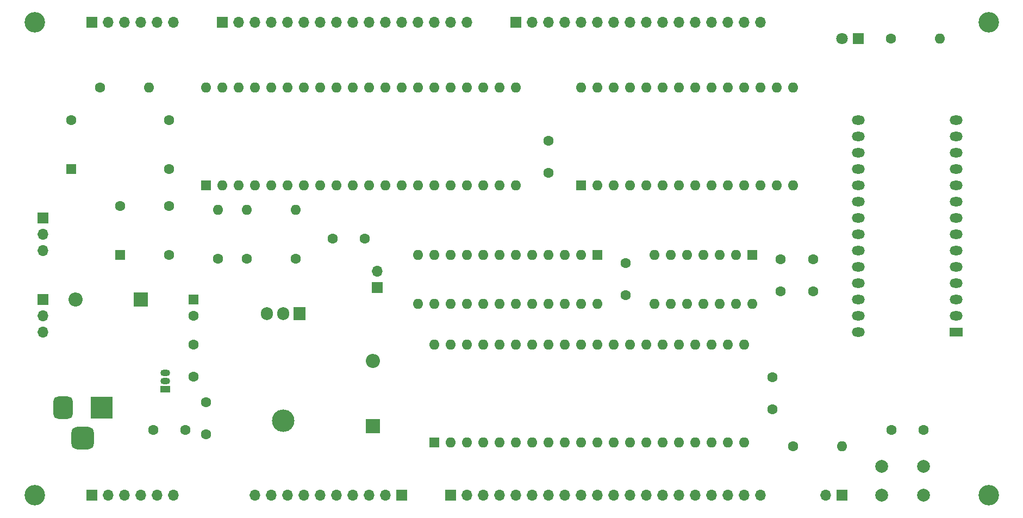
<source format=gbs>
G04 #@! TF.GenerationSoftware,KiCad,Pcbnew,7.0.8-7.0.8~ubuntu22.04.1*
G04 #@! TF.CreationDate,2023-11-11T15:44:52+10:00*
G04 #@! TF.ProjectId,MiniComputerBase,4d696e69-436f-46d7-9075-746572426173,rev?*
G04 #@! TF.SameCoordinates,Original*
G04 #@! TF.FileFunction,Soldermask,Bot*
G04 #@! TF.FilePolarity,Negative*
%FSLAX46Y46*%
G04 Gerber Fmt 4.6, Leading zero omitted, Abs format (unit mm)*
G04 Created by KiCad (PCBNEW 7.0.8-7.0.8~ubuntu22.04.1) date 2023-11-11 15:44:52*
%MOMM*%
%LPD*%
G01*
G04 APERTURE LIST*
G04 Aperture macros list*
%AMRoundRect*
0 Rectangle with rounded corners*
0 $1 Rounding radius*
0 $2 $3 $4 $5 $6 $7 $8 $9 X,Y pos of 4 corners*
0 Add a 4 corners polygon primitive as box body*
4,1,4,$2,$3,$4,$5,$6,$7,$8,$9,$2,$3,0*
0 Add four circle primitives for the rounded corners*
1,1,$1+$1,$2,$3*
1,1,$1+$1,$4,$5*
1,1,$1+$1,$6,$7*
1,1,$1+$1,$8,$9*
0 Add four rect primitives between the rounded corners*
20,1,$1+$1,$2,$3,$4,$5,0*
20,1,$1+$1,$4,$5,$6,$7,0*
20,1,$1+$1,$6,$7,$8,$9,0*
20,1,$1+$1,$8,$9,$2,$3,0*%
G04 Aperture macros list end*
%ADD10C,1.600000*%
%ADD11R,1.600000X1.600000*%
%ADD12O,1.600000X1.600000*%
%ADD13R,1.700000X1.700000*%
%ADD14O,1.700000X1.700000*%
%ADD15C,3.200000*%
%ADD16O,3.500000X3.500000*%
%ADD17R,1.905000X2.000000*%
%ADD18O,1.905000X2.000000*%
%ADD19C,2.000000*%
%ADD20R,3.500000X3.500000*%
%ADD21RoundRect,0.750000X-0.750000X-1.000000X0.750000X-1.000000X0.750000X1.000000X-0.750000X1.000000X0*%
%ADD22RoundRect,0.875000X-0.875000X-0.875000X0.875000X-0.875000X0.875000X0.875000X-0.875000X0.875000X0*%
%ADD23R,2.200000X2.200000*%
%ADD24O,2.200000X2.200000*%
%ADD25R,1.500000X1.050000*%
%ADD26O,1.500000X1.050000*%
%ADD27R,1.800000X1.800000*%
%ADD28C,1.800000*%
%ADD29R,2.000000X1.440000*%
%ADD30O,2.000000X1.440000*%
G04 APERTURE END LIST*
D10*
X91440000Y-87075000D03*
X91440000Y-92075000D03*
D11*
X91440000Y-53340000D03*
D12*
X93980000Y-53340000D03*
X96520000Y-53340000D03*
X99060000Y-53340000D03*
X101600000Y-53340000D03*
X104140000Y-53340000D03*
X106680000Y-53340000D03*
X109220000Y-53340000D03*
X111760000Y-53340000D03*
X114300000Y-53340000D03*
X116840000Y-53340000D03*
X119380000Y-53340000D03*
X121920000Y-53340000D03*
X124460000Y-53340000D03*
X127000000Y-53340000D03*
X129540000Y-53340000D03*
X132080000Y-53340000D03*
X134620000Y-53340000D03*
X137160000Y-53340000D03*
X139700000Y-53340000D03*
X139700000Y-38100000D03*
X137160000Y-38100000D03*
X134620000Y-38100000D03*
X132080000Y-38100000D03*
X129540000Y-38100000D03*
X127000000Y-38100000D03*
X124460000Y-38100000D03*
X121920000Y-38100000D03*
X119380000Y-38100000D03*
X116840000Y-38100000D03*
X114300000Y-38100000D03*
X111760000Y-38100000D03*
X109220000Y-38100000D03*
X106680000Y-38100000D03*
X104140000Y-38100000D03*
X101600000Y-38100000D03*
X99060000Y-38100000D03*
X96520000Y-38100000D03*
X93980000Y-38100000D03*
X91440000Y-38100000D03*
D13*
X93980000Y-27940000D03*
D14*
X96520000Y-27940000D03*
X99060000Y-27940000D03*
X101600000Y-27940000D03*
X104140000Y-27940000D03*
X106680000Y-27940000D03*
X109220000Y-27940000D03*
X111760000Y-27940000D03*
X114300000Y-27940000D03*
X116840000Y-27940000D03*
X119380000Y-27940000D03*
X121920000Y-27940000D03*
X124460000Y-27940000D03*
X127000000Y-27940000D03*
X129540000Y-27940000D03*
X132080000Y-27940000D03*
D15*
X64770000Y-27940000D03*
D10*
X74930000Y-38100000D03*
D12*
X82550000Y-38100000D03*
D11*
X89535000Y-71120000D03*
D10*
X89535000Y-73620000D03*
D15*
X213360000Y-27940000D03*
D10*
X93345000Y-64770000D03*
D12*
X93345000Y-57150000D03*
D15*
X213360000Y-101600000D03*
D13*
X139700000Y-27940000D03*
D14*
X142240000Y-27940000D03*
X144780000Y-27940000D03*
X147320000Y-27940000D03*
X149860000Y-27940000D03*
X152400000Y-27940000D03*
X154940000Y-27940000D03*
X157480000Y-27940000D03*
X160020000Y-27940000D03*
X162560000Y-27940000D03*
X165100000Y-27940000D03*
X167640000Y-27940000D03*
X170180000Y-27940000D03*
X172720000Y-27940000D03*
X175260000Y-27940000D03*
X177800000Y-27940000D03*
D13*
X129540000Y-101575000D03*
D14*
X132080000Y-101575000D03*
X134620000Y-101575000D03*
X137160000Y-101575000D03*
X139700000Y-101575000D03*
X142240000Y-101575000D03*
X144780000Y-101575000D03*
X147320000Y-101575000D03*
X149860000Y-101575000D03*
X152400000Y-101575000D03*
X154940000Y-101575000D03*
X157480000Y-101575000D03*
X160020000Y-101575000D03*
X162560000Y-101575000D03*
X165100000Y-101575000D03*
X167640000Y-101575000D03*
X170180000Y-101575000D03*
X172720000Y-101575000D03*
X175260000Y-101575000D03*
X177800000Y-101575000D03*
D10*
X180975000Y-69850000D03*
X180975000Y-64850000D03*
D11*
X70485000Y-50800000D03*
D10*
X85725000Y-50800000D03*
X85725000Y-43180000D03*
X70485000Y-43180000D03*
X97790000Y-64770000D03*
D12*
X97790000Y-57150000D03*
D13*
X118110000Y-69215000D03*
D14*
X118110000Y-66675000D03*
D13*
X121920000Y-101600000D03*
D14*
X119380000Y-101600000D03*
X116840000Y-101600000D03*
X114300000Y-101600000D03*
X111760000Y-101600000D03*
X109220000Y-101600000D03*
X106680000Y-101600000D03*
X104140000Y-101600000D03*
X101600000Y-101600000D03*
X99060000Y-101600000D03*
D11*
X176530000Y-64135000D03*
D12*
X173990000Y-64135000D03*
X171450000Y-64135000D03*
X168910000Y-64135000D03*
X166370000Y-64135000D03*
X163830000Y-64135000D03*
X161290000Y-64135000D03*
X161290000Y-71755000D03*
X163830000Y-71755000D03*
X166370000Y-71755000D03*
X168910000Y-71755000D03*
X171450000Y-71755000D03*
X173990000Y-71755000D03*
X176530000Y-71755000D03*
D10*
X83225000Y-91440000D03*
X88225000Y-91440000D03*
D11*
X152400000Y-64135000D03*
D12*
X149860000Y-64135000D03*
X147320000Y-64135000D03*
X144780000Y-64135000D03*
X142240000Y-64135000D03*
X139700000Y-64135000D03*
X137160000Y-64135000D03*
X134620000Y-64135000D03*
X132080000Y-64135000D03*
X129540000Y-64135000D03*
X127000000Y-64135000D03*
X124460000Y-64135000D03*
X124460000Y-71755000D03*
X127000000Y-71755000D03*
X129540000Y-71755000D03*
X132080000Y-71755000D03*
X134620000Y-71755000D03*
X137160000Y-71755000D03*
X139700000Y-71755000D03*
X142240000Y-71755000D03*
X144780000Y-71755000D03*
X147320000Y-71755000D03*
X149860000Y-71755000D03*
X152400000Y-71755000D03*
D15*
X64770000Y-101600000D03*
D10*
X198200000Y-91440000D03*
X203200000Y-91440000D03*
D16*
X103505000Y-89980000D03*
D17*
X106045000Y-73320000D03*
D18*
X103505000Y-73320000D03*
X100965000Y-73320000D03*
D10*
X198120000Y-30480000D03*
D12*
X205740000Y-30480000D03*
D19*
X196700000Y-97100000D03*
X203200000Y-97100000D03*
X196700000Y-101600000D03*
X203200000Y-101600000D03*
D11*
X149860000Y-53340000D03*
D12*
X152400000Y-53340000D03*
X154940000Y-53340000D03*
X157480000Y-53340000D03*
X160020000Y-53340000D03*
X162560000Y-53340000D03*
X165100000Y-53340000D03*
X167640000Y-53340000D03*
X170180000Y-53340000D03*
X172720000Y-53340000D03*
X175260000Y-53340000D03*
X177800000Y-53340000D03*
X180340000Y-53340000D03*
X182880000Y-53340000D03*
X182880000Y-38100000D03*
X180340000Y-38100000D03*
X177800000Y-38100000D03*
X175260000Y-38100000D03*
X172720000Y-38100000D03*
X170180000Y-38100000D03*
X167640000Y-38100000D03*
X165100000Y-38100000D03*
X162560000Y-38100000D03*
X160020000Y-38100000D03*
X157480000Y-38100000D03*
X154940000Y-38100000D03*
X152400000Y-38100000D03*
X149860000Y-38100000D03*
D10*
X144780000Y-46395000D03*
X144780000Y-51395000D03*
X182880000Y-93980000D03*
D12*
X190500000Y-93980000D03*
D13*
X66040000Y-71120000D03*
D14*
X66040000Y-73660000D03*
X66040000Y-76200000D03*
D13*
X66040000Y-58420000D03*
D14*
X66040000Y-60960000D03*
X66040000Y-63500000D03*
D10*
X111165000Y-61595000D03*
X116165000Y-61595000D03*
D20*
X75215000Y-87942500D03*
D21*
X69215000Y-87942500D03*
D22*
X72215000Y-92642500D03*
D10*
X105410000Y-64770000D03*
D12*
X105410000Y-57150000D03*
D10*
X89535000Y-83145000D03*
X89535000Y-78145000D03*
D23*
X81280000Y-71120000D03*
D24*
X71120000Y-71120000D03*
D11*
X127000000Y-93345000D03*
D12*
X129540000Y-93345000D03*
X132080000Y-93345000D03*
X134620000Y-93345000D03*
X137160000Y-93345000D03*
X139700000Y-93345000D03*
X142240000Y-93345000D03*
X144780000Y-93345000D03*
X147320000Y-93345000D03*
X149860000Y-93345000D03*
X152400000Y-93345000D03*
X154940000Y-93345000D03*
X157480000Y-93345000D03*
X160020000Y-93345000D03*
X162560000Y-93345000D03*
X165100000Y-93345000D03*
X167640000Y-93345000D03*
X170180000Y-93345000D03*
X172720000Y-93345000D03*
X175260000Y-93345000D03*
X175260000Y-78105000D03*
X172720000Y-78105000D03*
X170180000Y-78105000D03*
X167640000Y-78105000D03*
X165100000Y-78105000D03*
X162560000Y-78105000D03*
X160020000Y-78105000D03*
X157480000Y-78105000D03*
X154940000Y-78105000D03*
X152400000Y-78105000D03*
X149860000Y-78105000D03*
X147320000Y-78105000D03*
X144780000Y-78105000D03*
X142240000Y-78105000D03*
X139700000Y-78105000D03*
X137160000Y-78105000D03*
X134620000Y-78105000D03*
X132080000Y-78105000D03*
X129540000Y-78105000D03*
X127000000Y-78105000D03*
D25*
X85090000Y-85090000D03*
D26*
X85090000Y-83820000D03*
X85090000Y-82550000D03*
D10*
X156845000Y-70405000D03*
X156845000Y-65405000D03*
D27*
X193040000Y-30480000D03*
D28*
X190500000Y-30480000D03*
D10*
X186055000Y-69850000D03*
X186055000Y-64850000D03*
X179705000Y-88225000D03*
X179705000Y-83225000D03*
D13*
X190500000Y-101600000D03*
D14*
X187960000Y-101600000D03*
D13*
X73660000Y-101600000D03*
D14*
X76200000Y-101600000D03*
X78740000Y-101600000D03*
X81280000Y-101600000D03*
X83820000Y-101600000D03*
X86360000Y-101600000D03*
D29*
X208280000Y-76200000D03*
D30*
X208280000Y-73660000D03*
X208280000Y-71120000D03*
X208280000Y-68580000D03*
X208280000Y-66040000D03*
X208280000Y-63500000D03*
X208280000Y-60960000D03*
X208280000Y-58420000D03*
X208280000Y-55880000D03*
X208280000Y-53340000D03*
X208280000Y-50800000D03*
X208280000Y-48260000D03*
X208280000Y-45720000D03*
X208280000Y-43180000D03*
X193040000Y-43180000D03*
X193040000Y-45720000D03*
X193040000Y-48260000D03*
X193040000Y-50800000D03*
X193040000Y-53340000D03*
X193040000Y-55880000D03*
X193040000Y-58420000D03*
X193040000Y-60960000D03*
X193040000Y-63500000D03*
X193040000Y-66040000D03*
X193040000Y-68580000D03*
X193040000Y-71120000D03*
X193040000Y-73660000D03*
X193040000Y-76200000D03*
D13*
X73660000Y-27940000D03*
D14*
X76200000Y-27940000D03*
X78740000Y-27940000D03*
X81280000Y-27940000D03*
X83820000Y-27940000D03*
X86360000Y-27940000D03*
D23*
X117475000Y-90805000D03*
D24*
X117475000Y-80645000D03*
D11*
X78105000Y-64135000D03*
D10*
X85725000Y-64135000D03*
X85725000Y-56515000D03*
X78105000Y-56515000D03*
M02*

</source>
